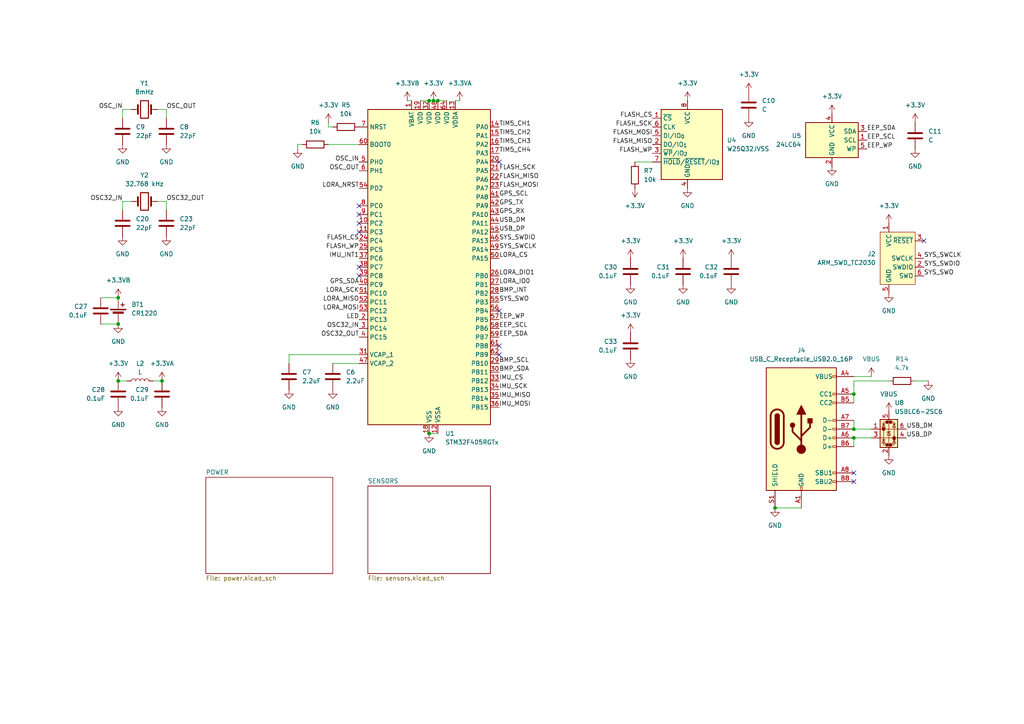
<source format=kicad_sch>
(kicad_sch (version 20250114) (generator "eeschema") (generator_version "9.0")
  (paper "A4")
  (lib_symbols
    (symbol "Connector:Conn_ARM_SWD_TagConnect_TC2030-NL" (in_bom no)
      (property "Reference" "J" (at 2.54 11.43 0))
      (property "Value" "Conn_ARM_SWD_TagConnect_TC2030-NL" (at 2.54 8.89 0))
      (symbol "Conn_ARM_SWD_TagConnect_TC2030-NL_0_0"
        (pin power_in line (at -2.54 10.16 270) (length 2.54) (name "VCC") (number "1"))
        (pin power_in line (at -2.54 -10.16 90) (length 2.54) (name "GND") (number "5"))
        (pin open_collector line (at 7.62 5.08 180) (length 2.54) (name "~{RESET}") (number "3"))
        (pin output line (at 7.62 0 180) (length 2.54) (name "SWCLK") (number "4"))
        (pin bidirectional line (at 7.62 -2.54 180) (length 2.54) (name "SWDIO") (number "2"))
        (pin input line (at 7.62 -5.08 180) (length 2.54) (name "SWO") (number "6"))
      )
      (symbol "Conn_ARM_SWD_TagConnect_TC2030-NL_0_1"
        (rectangle (start -5.08 7.62) (end 5.08 -7.62) (fill (type background)))
      )
    )
    (symbol "Connector:USB_C_Receptacle_USB2.0_16P" (pin_names (offset 1.016))
      (property "Reference" "J" (at 0 22.225 0))
      (property "Value" "USB_C_Receptacle_USB2.0_16P" (at 0 19.685 0))
      (symbol "USB_C_Receptacle_USB2.0_16P_0_0"
        (rectangle (start -0.254 -17.78) (end 0.254 -16.764))
        (rectangle (start 10.16 15.494) (end 9.144 14.986))
        (rectangle (start 10.16 10.414) (end 9.144 9.906))
        (rectangle (start 10.16 7.874) (end 9.144 7.366))
        (rectangle (start 10.16 2.794) (end 9.144 2.286))
        (rectangle (start 10.16 0.254) (end 9.144 -0.254))
        (rectangle (start 10.16 -2.286) (end 9.144 -2.794))
        (rectangle (start 10.16 -4.826) (end 9.144 -5.334))
        (rectangle (start 10.16 -12.446) (end 9.144 -12.954))
        (rectangle (start 10.16 -14.986) (end 9.144 -15.494))
      )
      (symbol "USB_C_Receptacle_USB2.0_16P_0_1"
        (rectangle (start -10.16 17.78) (end 10.16 -17.78) (stroke (width 0.254)) (fill (type background)))
        (polyline (pts (xy -8.89 -3.81) (xy -8.89 3.81)) (stroke (width 0.508)))
        (rectangle (start -7.62 -3.81) (end -6.35 3.81) (stroke (width 0.254)) (fill (type outline)))
        (arc (start -7.62 3.81) (mid -6.985 4.4423) (end -6.35 3.81) (stroke (width 0.254)))
        (arc (start -7.62 3.81) (mid -6.985 4.4423) (end -6.35 3.81) (stroke (width 0.254)) (fill (type outline)))
        (arc (start -8.89 3.81) (mid -6.985 5.7067) (end -5.08 3.81) (stroke (width 0.508)))
        (arc (start -5.08 -3.81) (mid -6.985 -5.7067) (end -8.89 -3.81) (stroke (width 0.508)))
        (arc (start -6.35 -3.81) (mid -6.985 -4.4423) (end -7.62 -3.81) (stroke (width 0.254)))
        (arc (start -6.35 -3.81) (mid -6.985 -4.4423) (end -7.62 -3.81) (stroke (width 0.254)) (fill (type outline)))
        (polyline (pts (xy -5.08 3.81) (xy -5.08 -3.81)) (stroke (width 0.508)))
        (circle (center -2.54 1.143) (radius 0.635) (stroke (width 0.254)) (fill (type outline)))
        (polyline (pts (xy -1.27 4.318) (xy 0 6.858) (xy 1.27 4.318) (xy -1.27 4.318)) (stroke (width 0.254)) (fill (type outline)))
        (polyline (pts (xy 0 -2.032) (xy 2.54 0.508) (xy 2.54 1.778)) (stroke (width 0.508)))
        (polyline (pts (xy 0 -3.302) (xy -2.54 -0.762) (xy -2.54 0.508)) (stroke (width 0.508)))
        (polyline (pts (xy 0 -5.842) (xy 0 4.318)) (stroke (width 0.508)))
        (circle (center 0 -5.842) (radius 1.27) (fill (type outline)))
        (rectangle (start 1.905 1.778) (end 3.175 3.048) (stroke (width 0.254)) (fill (type outline)))
      )
      (symbol "USB_C_Receptacle_USB2.0_16P_1_1"
        (pin passive line (at -7.62 -22.86 90) (length 5.08) (name "SHIELD") (number "S1"))
        (pin passive line (at 0 -22.86 90) (length 5.08) (name "GND") (number "A1"))
        (pin passive line (at 0 -22.86 90) (length 5.08) (hide yes) (name "GND") (number "A12"))
        (pin passive line (at 0 -22.86 90) (length 5.08) (hide yes) (name "GND") (number "B1"))
        (pin passive line (at 0 -22.86 90) (length 5.08) (hide yes) (name "GND") (number "B12"))
        (pin passive line (at 15.24 15.24 180) (length 5.08) (name "VBUS") (number "A4"))
        (pin passive line (at 15.24 15.24 180) (length 5.08) (hide yes) (name "VBUS") (number "A9"))
        (pin passive line (at 15.24 15.24 180) (length 5.08) (hide yes) (name "VBUS") (number "B4"))
        (pin passive line (at 15.24 15.24 180) (length 5.08) (hide yes) (name "VBUS") (number "B9"))
        (pin bidirectional line (at 15.24 10.16 180) (length 5.08) (name "CC1") (number "A5"))
        (pin bidirectional line (at 15.24 7.62 180) (length 5.08) (name "CC2") (number "B5"))
        (pin bidirectional line (at 15.24 2.54 180) (length 5.08) (name "D-") (number "A7"))
        (pin bidirectional line (at 15.24 0 180) (length 5.08) (name "D-") (number "B7"))
        (pin bidirectional line (at 15.24 -2.54 180) (length 5.08) (name "D+") (number "A6"))
        (pin bidirectional line (at 15.24 -5.08 180) (length 5.08) (name "D+") (number "B6"))
        (pin bidirectional line (at 15.24 -12.7 180) (length 5.08) (name "SBU1") (number "A8"))
        (pin bidirectional line (at 15.24 -15.24 180) (length 5.08) (name "SBU2") (number "B8"))
      )
    )
    (symbol "Device:Battery_Cell" (pin_numbers (hide yes)) (pin_names (offset 0) (hide yes))
      (property "Reference" "BT" (at 2.54 2.54 0))
      (property "Value" "Battery_Cell" (at 2.54 0 0))
      (symbol "Battery_Cell_0_1"
        (rectangle (start -2.286 1.778) (end 2.286 1.524) (fill (type outline)))
        (rectangle (start -1.524 1.016) (end 1.524 0.508) (fill (type outline)))
        (polyline (pts (xy 0 1.778) (xy 0 2.54)))
        (polyline (pts (xy 0 0.762) (xy 0 0)))
        (polyline (pts (xy 0.762 3.048) (xy 1.778 3.048)) (stroke (width 0.254)))
        (polyline (pts (xy 1.27 3.556) (xy 1.27 2.54)) (stroke (width 0.254)))
      )
      (symbol "Battery_Cell_1_1"
        (pin passive line (at 0 5.08 270) (length 2.54) (name "+") (number "1"))
        (pin passive line (at 0 -2.54 90) (length 2.54) (name "-") (number "2"))
      )
    )
    (symbol "Device:C" (pin_numbers (hide yes)) (pin_names (offset 0.254))
      (property "Reference" "C" (at 0.635 2.54 0))
      (property "Value" "C" (at 0.635 -2.54 0))
      (symbol "C_0_1"
        (polyline (pts (xy -2.032 0.762) (xy 2.032 0.762)) (stroke (width 0.508)))
        (polyline (pts (xy -2.032 -0.762) (xy 2.032 -0.762)) (stroke (width 0.508)))
      )
      (symbol "C_1_1"
        (pin passive line (at 0 3.81 270) (length 2.794) (name "~") (number "1"))
        (pin passive line (at 0 -3.81 90) (length 2.794) (name "~") (number "2"))
      )
    )
    (symbol "Device:Crystal" (pin_numbers (hide yes)) (pin_names (offset 1.016) (hide yes))
      (property "Reference" "Y" (at 0 3.81 0))
      (property "Value" "Crystal" (at 0 -3.81 0))
      (symbol "Crystal_0_1"
        (polyline (pts (xy -2.54 0) (xy -1.905 0)))
        (polyline (pts (xy -1.905 -1.27) (xy -1.905 1.27)) (stroke (width 0.508)))
        (rectangle (start -1.143 2.54) (end 1.143 -2.54) (stroke (width 0.3048)))
        (polyline (pts (xy 1.905 -1.27) (xy 1.905 1.27)) (stroke (width 0.508)))
        (polyline (pts (xy 2.54 0) (xy 1.905 0)))
      )
      (symbol "Crystal_1_1"
        (pin passive line (at -3.81 0 0) (length 1.27) (name "1") (number "1"))
        (pin passive line (at 3.81 0 180) (length 1.27) (name "2") (number "2"))
      )
    )
    (symbol "Device:L" (pin_numbers (hide yes)) (pin_names (offset 1.016) (hide yes))
      (property "Reference" "L" (at -1.27 0 90))
      (property "Value" "L" (at 1.905 0 90))
      (symbol "L_0_1"
        (arc (start 0 2.54) (mid 0.6323 1.905) (end 0 1.27))
        (arc (start 0 1.27) (mid 0.6323 0.635) (end 0 0))
        (arc (start 0 0) (mid 0.6323 -0.635) (end 0 -1.27))
        (arc (start 0 -1.27) (mid 0.6323 -1.905) (end 0 -2.54))
      )
      (symbol "L_1_1"
        (pin passive line (at 0 3.81 270) (length 1.27) (name "1") (number "1"))
        (pin passive line (at 0 -3.81 90) (length 1.27) (name "2") (number "2"))
      )
    )
    (symbol "Device:R" (pin_numbers (hide yes)) (pin_names (offset 0))
      (property "Reference" "R" (at 2.032 0 90))
      (property "Value" "R" (at 0 0 90))
      (symbol "R_0_1"
        (rectangle (start -1.016 -2.54) (end 1.016 2.54) (stroke (width 0.254)))
      )
      (symbol "R_1_1"
        (pin passive line (at 0 3.81 270) (length 1.27) (name "~") (number "1"))
        (pin passive line (at 0 -3.81 90) (length 1.27) (name "~") (number "2"))
      )
    )
    (symbol "MCU_ST_STM32F4:STM32F405RGTx"
      (property "Reference" "U" (at -17.78 46.99 0))
      (property "Value" "STM32F405RGTx" (at 10.16 46.99 0))
      (symbol "STM32F405RGTx_0_1"
        (rectangle (start -17.78 -45.72) (end 17.78 45.72) (stroke (width 0.254)) (fill (type background)))
      )
      (symbol "STM32F405RGTx_1_1"
        (pin input line (at -20.32 40.64 0) (length 2.54) (name "NRST") (number "7"))
        (pin input line (at -20.32 35.56 0) (length 2.54) (name "BOOT0") (number "60"))
        (pin bidirectional line (at -20.32 30.48 0) (length 2.54) (name "PH0") (number "5"))
        (pin bidirectional line (at -20.32 27.94 0) (length 2.54) (name "PH1") (number "6"))
        (pin bidirectional line (at -20.32 22.86 0) (length 2.54) (name "PD2") (number "54"))
        (pin bidirectional line (at -20.32 17.78 0) (length 2.54) (name "PC0") (number "8"))
        (pin bidirectional line (at -20.32 15.24 0) (length 2.54) (name "PC1") (number "9"))
        (pin bidirectional line (at -20.32 12.7 0) (length 2.54) (name "PC2") (number "10"))
        (pin bidirectional line (at -20.32 10.16 0) (length 2.54) (name "PC3") (number "11"))
        (pin bidirectional line (at -20.32 7.62 0) (length 2.54) (name "PC4") (number "24"))
        (pin bidirectional line (at -20.32 5.08 0) (length 2.54) (name "PC5") (number "25"))
        (pin bidirectional line (at -20.32 2.54 0) (length 2.54) (name "PC6") (number "37"))
        (pin bidirectional line (at -20.32 0 0) (length 2.54) (name "PC7") (number "38"))
        (pin bidirectional line (at -20.32 -2.54 0) (length 2.54) (name "PC8") (number "39"))
        (pin bidirectional line (at -20.32 -5.08 0) (length 2.54) (name "PC9") (number "40"))
        (pin bidirectional line (at -20.32 -7.62 0) (length 2.54) (name "PC10") (number "51"))
        (pin bidirectional line (at -20.32 -10.16 0) (length 2.54) (name "PC11") (number "52"))
        (pin bidirectional line (at -20.32 -12.7 0) (length 2.54) (name "PC12") (number "53"))
        (pin bidirectional line (at -20.32 -15.24 0) (length 2.54) (name "PC13") (number "2"))
        (pin bidirectional line (at -20.32 -17.78 0) (length 2.54) (name "PC14") (number "3"))
        (pin bidirectional line (at -20.32 -20.32 0) (length 2.54) (name "PC15") (number "4"))
        (pin power_out line (at -20.32 -25.4 0) (length 2.54) (name "VCAP_1") (number "31"))
        (pin power_out line (at -20.32 -27.94 0) (length 2.54) (name "VCAP_2") (number "47"))
        (pin power_in line (at -5.08 48.26 270) (length 2.54) (name "VBAT") (number "1"))
        (pin power_in line (at -2.54 48.26 270) (length 2.54) (name "VDD") (number "19"))
        (pin power_in line (at 0 48.26 270) (length 2.54) (name "VDD") (number "32"))
        (pin power_in line (at 0 -48.26 90) (length 2.54) (name "VSS") (number "18"))
        (pin passive line (at 0 -48.26 90) (length 2.54) (hide yes) (name "VSS") (number "63"))
        (pin power_in line (at 2.54 48.26 270) (length 2.54) (name "VDD") (number "48"))
        (pin power_in line (at 2.54 -48.26 90) (length 2.54) (name "VSSA") (number "12"))
        (pin power_in line (at 5.08 48.26 270) (length 2.54) (name "VDD") (number "64"))
        (pin power_in line (at 7.62 48.26 270) (length 2.54) (name "VDDA") (number "13"))
        (pin bidirectional line (at 20.32 40.64 180) (length 2.54) (name "PA0") (number "14"))
        (pin bidirectional line (at 20.32 38.1 180) (length 2.54) (name "PA1") (number "15"))
        (pin bidirectional line (at 20.32 35.56 180) (length 2.54) (name "PA2") (number "16"))
        (pin bidirectional line (at 20.32 33.02 180) (length 2.54) (name "PA3") (number "17"))
        (pin bidirectional line (at 20.32 30.48 180) (length 2.54) (name "PA4") (number "20"))
        (pin bidirectional line (at 20.32 27.94 180) (length 2.54) (name "PA5") (number "21"))
        (pin bidirectional line (at 20.32 25.4 180) (length 2.54) (name "PA6") (number "22"))
        (pin bidirectional line (at 20.32 22.86 180) (length 2.54) (name "PA7") (number "23"))
        (pin bidirectional line (at 20.32 20.32 180) (length 2.54) (name "PA8") (number "41"))
        (pin bidirectional line (at 20.32 17.78 180) (length 2.54) (name "PA9") (number "42"))
        (pin bidirectional line (at 20.32 15.24 180) (length 2.54) (name "PA10") (number "43"))
        (pin bidirectional line (at 20.32 12.7 180) (length 2.54) (name "PA11") (number "44"))
        (pin bidirectional line (at 20.32 10.16 180) (length 2.54) (name "PA12") (number "45"))
        (pin bidirectional line (at 20.32 7.62 180) (length 2.54) (name "PA13") (number "46"))
        (pin bidirectional line (at 20.32 5.08 180) (length 2.54) (name "PA14") (number "49"))
        (pin bidirectional line (at 20.32 2.54 180) (length 2.54) (name "PA15") (number "50"))
        (pin bidirectional line (at 20.32 -2.54 180) (length 2.54) (name "PB0") (number "26"))
        (pin bidirectional line (at 20.32 -5.08 180) (length 2.54) (name "PB1") (number "27"))
        (pin bidirectional line (at 20.32 -7.62 180) (length 2.54) (name "PB2") (number "28"))
        (pin bidirectional line (at 20.32 -10.16 180) (length 2.54) (name "PB3") (number "55"))
        (pin bidirectional line (at 20.32 -12.7 180) (length 2.54) (name "PB4") (number "56"))
        (pin bidirectional line (at 20.32 -15.24 180) (length 2.54) (name "PB5") (number "57"))
        (pin bidirectional line (at 20.32 -17.78 180) (length 2.54) (name "PB6") (number "58"))
        (pin bidirectional line (at 20.32 -20.32 180) (length 2.54) (name "PB7") (number "59"))
        (pin bidirectional line (at 20.32 -22.86 180) (length 2.54) (name "PB8") (number "61"))
        (pin bidirectional line (at 20.32 -25.4 180) (length 2.54) (name "PB9") (number "62"))
        (pin bidirectional line (at 20.32 -27.94 180) (length 2.54) (name "PB10") (number "29"))
        (pin bidirectional line (at 20.32 -30.48 180) (length 2.54) (name "PB11") (number "30"))
        (pin bidirectional line (at 20.32 -33.02 180) (length 2.54) (name "PB12") (number "33"))
        (pin bidirectional line (at 20.32 -35.56 180) (length 2.54) (name "PB13") (number "34"))
        (pin bidirectional line (at 20.32 -38.1 180) (length 2.54) (name "PB14") (number "35"))
        (pin bidirectional line (at 20.32 -40.64 180) (length 2.54) (name "PB15") (number "36"))
      )
    )
    (symbol "Memory_Flash:W25Q32JVSS"
      (property "Reference" "U" (at -6.35 11.43 0))
      (property "Value" "W25Q32JVSS" (at 7.62 11.43 0))
      (symbol "W25Q32JVSS_0_1"
        (rectangle (start -7.62 10.16) (end 10.16 -10.16) (stroke (width 0.254)) (fill (type background)))
      )
      (symbol "W25Q32JVSS_1_1"
        (pin input line (at -10.16 7.62 0) (length 2.54) (name "~{CS}") (number "1"))
        (pin input line (at -10.16 5.08 0) (length 2.54) (name "CLK") (number "6"))
        (pin bidirectional line (at -10.16 2.54 0) (length 2.54) (name "DI/IO_{0}") (number "5"))
        (pin bidirectional line (at -10.16 0 0) (length 2.54) (name "DO/IO_{1}") (number "2"))
        (pin bidirectional line (at -10.16 -2.54 0) (length 2.54) (name "~{WP}/IO_{2}") (number "3"))
        (pin bidirectional line (at -10.16 -5.08 0) (length 2.54) (name "~{HOLD}/~{RESET}/IO_{3}") (number "7"))
        (pin power_in line (at 0 12.7 270) (length 2.54) (name "VCC") (number "8"))
        (pin power_in line (at 0 -12.7 90) (length 2.54) (name "GND") (number "4"))
      )
    )
    (symbol "Power_Protection:USBLC6-2SC6" (pin_names (hide yes))
      (property "Reference" "U" (at 0.635 5.715 0))
      (property "Value" "USBLC6-2SC6" (at 0.635 3.81 0))
      (symbol "USBLC6-2SC6_0_0"
        (circle (center -1.524 0) (radius 0.0001) (stroke (width 0.508)))
        (circle (center -0.508 2.032) (radius 0.0001) (stroke (width 0.508)))
        (circle (center -0.508 -4.572) (radius 0.0001) (stroke (width 0.508)))
        (circle (center 0.508 2.032) (radius 0.0001) (stroke (width 0.508)))
        (circle (center 0.508 -4.572) (radius 0.0001) (stroke (width 0.508)))
        (circle (center 1.524 -2.54) (radius 0.0001) (stroke (width 0.508)))
      )
      (symbol "USBLC6-2SC6_0_1"
        (polyline (pts (xy -2.54 0) (xy 2.54 0)))
        (polyline (pts (xy -2.54 -2.54) (xy 2.54 -2.54)))
        (polyline (pts (xy -2.032 0.508) (xy -1.016 0.508) (xy -1.524 1.524) (xy -2.032 0.508)))
        (polyline (pts (xy -2.032 -3.048) (xy -1.016 -3.048)))
        (polyline (pts (xy -1.016 1.524) (xy -2.032 1.524)))
        (polyline (pts (xy -1.016 -4.064) (xy -2.032 -4.064) (xy -1.524 -3.048) (xy -1.016 -4.064)))
        (polyline (pts (xy -0.508 -1.143) (xy -0.508 -0.762) (xy 0.508 -0.762)))
        (polyline (pts (xy 0 2.54) (xy -0.508 2.032) (xy 0.508 2.032) (xy 0 1.524) (xy 0 -4.064) (xy -0.508 -4.572) (xy 0.508 -4.572) (xy 0 -5.08)))
        (polyline (pts (xy 0.508 -1.778) (xy -0.508 -1.778) (xy 0 -0.762) (xy 0.508 -1.778)))
        (polyline (pts (xy 1.016 1.524) (xy 2.032 1.524)))
        (polyline (pts (xy 1.016 -3.048) (xy 2.032 -3.048)))
        (polyline (pts (xy 2.032 0.508) (xy 1.016 0.508) (xy 1.524 1.524) (xy 2.032 0.508)))
        (polyline (pts (xy 2.032 -4.064) (xy 1.016 -4.064) (xy 1.524 -3.048) (xy 2.032 -4.064)))
      )
      (symbol "USBLC6-2SC6_1_1"
        (rectangle (start -2.54 2.794) (end 2.54 -5.334) (stroke (width 0.254)) (fill (type background)))
        (polyline (pts (xy -0.508 2.032) (xy -1.524 2.032) (xy -1.524 -4.572) (xy -0.508 -4.572)))
        (polyline (pts (xy 0.508 -4.572) (xy 1.524 -4.572) (xy 1.524 2.032) (xy 0.508 2.032)))
        (pin passive line (at -5.08 0 0) (length 2.54) (name "I/O1") (number "1"))
        (pin passive line (at -5.08 -2.54 0) (length 2.54) (name "I/O2") (number "3"))
        (pin passive line (at 0 5.08 270) (length 2.54) (name "VBUS") (number "5"))
        (pin passive line (at 0 -7.62 90) (length 2.54) (name "GND") (number "2"))
        (pin passive line (at 5.08 0 180) (length 2.54) (name "I/O1") (number "6"))
        (pin passive line (at 5.08 -2.54 180) (length 2.54) (name "I/O2") (number "4"))
      )
    )
    (symbol "library:24LC64"
      (property "Reference" "U" (at -6.35 6.35 0))
      (property "Value" "24LC64" (at 1.27 6.35 0))
      (symbol "24LC64_1_1"
        (rectangle (start -7.62 5.08) (end 7.62 -5.08) (stroke (width 0.254)) (fill (type background)))
        (pin power_in line (at 0 7.62 270) (length 2.54) (name "VCC") (number "4"))
        (pin power_in line (at 0 -7.62 90) (length 2.54) (name "GND") (number "2"))
        (pin bidirectional line (at 10.16 2.54 180) (length 2.54) (name "SDA") (number "3"))
        (pin input line (at 10.16 0 180) (length 2.54) (name "SCL") (number "1"))
        (pin input line (at 10.16 -2.54 180) (length 2.54) (name "WP") (number "5"))
      )
    )
    (symbol "power:+3.3V" (power) (pin_numbers (hide yes)) (pin_names (offset 0) (hide yes))
      (property "Value" "+3.3V" (at 0 3.556 0))
      (symbol "+3.3V_0_1"
        (polyline (pts (xy -0.762 1.27) (xy 0 2.54)))
        (polyline (pts (xy 0 2.54) (xy 0.762 1.27)))
        (polyline (pts (xy 0 0) (xy 0 2.54)))
      )
      (symbol "+3.3V_1_1"
        (pin power_in line (at 0 0 90) (length 0) (name "~") (number "1"))
      )
    )
    (symbol "power:+3.3VA" (power) (pin_numbers (hide yes)) (pin_names (offset 0) (hide yes))
      (property "Value" "+3.3VA" (at 0 3.556 0))
      (symbol "+3.3VA_0_1"
        (polyline (pts (xy -0.762 1.27) (xy 0 2.54)))
        (polyline (pts (xy 0 2.54) (xy 0.762 1.27)))
        (polyline (pts (xy 0 0) (xy 0 2.54)))
      )
      (symbol "+3.3VA_1_1"
        (pin power_in line (at 0 0 90) (length 0) (name "~") (number "1"))
      )
    )
    (symbol "power:GND" (power) (pin_numbers (hide yes)) (pin_names (offset 0) (hide yes))
      (property "Value" "GND" (at 0 -3.81 0))
      (symbol "GND_0_1"
        (polyline (pts (xy 0 0) (xy 0 -1.27) (xy 1.27 -1.27) (xy 0 -2.54) (xy -1.27 -1.27) (xy 0 -1.27)))
      )
      (symbol "GND_1_1"
        (pin power_in line (at 0 0 270) (length 0) (name "~") (number "1"))
      )
    )
    (symbol "power:VBUS" (power) (pin_numbers (hide yes)) (pin_names (offset 0) (hide yes))
      (property "Value" "VBUS" (at 0 3.556 0))
      (symbol "VBUS_0_1"
        (polyline (pts (xy -0.762 1.27) (xy 0 2.54)))
        (polyline (pts (xy 0 2.54) (xy 0.762 1.27)))
        (polyline (pts (xy 0 0) (xy 0 2.54)))
      )
      (symbol "VBUS_1_1"
        (pin power_in line (at 0 0 90) (length 0) (name "~") (number "1"))
      )
    )
  )
  (junction (at 247.65 127))
  (junction (at 224.79 147.32))
  (junction (at 127 29.21))
  (junction (at 34.29 110.49))
  (junction (at 125.73 29.21))
  (junction (at 247.65 124.46))
  (junction (at 34.29 93.98))
  (junction (at 247.65 114.3))
  (junction (at 34.29 86.36))
  (junction (at 124.46 125.73))
  (junction (at 124.46 29.21))
  (junction (at 46.99 110.49))
  (no_connect (at 247.65 139.7))
  (no_connect (at 144.78 100.33))
  (no_connect (at 104.14 67.31))
  (no_connect (at 104.14 64.77))
  (no_connect (at 267.97 69.85))
  (no_connect (at 247.65 137.16))
  (no_connect (at 144.78 102.87))
  (no_connect (at 104.14 80.01))
  (no_connect (at 104.14 77.47))
  (no_connect (at 144.78 46.99))
  (no_connect (at 144.78 90.17))
  (no_connect (at 104.14 59.69))
  (no_connect (at 104.14 62.23))
  (wire (pts (xy 269.24 110.49) (xy 265.43 110.49)))
  (wire (pts (xy 29.21 93.98) (xy 34.29 93.98)))
  (wire (pts (xy 247.65 121.92) (xy 247.65 124.46)))
  (wire (pts (xy 124.46 125.73) (xy 127 125.73)))
  (wire (pts (xy 247.65 109.22) (xy 252.73 109.22)))
  (wire (pts (xy 35.56 58.42) (xy 38.1 58.42)))
  (wire (pts (xy 125.73 29.21) (xy 127 29.21)))
  (wire (pts (xy 247.65 114.3) (xy 247.65 116.84)))
  (wire (pts (xy 34.29 110.49) (xy 36.83 110.49)))
  (wire (pts (xy 247.65 127) (xy 247.65 129.54)))
  (wire (pts (xy 118.11 29.21) (xy 119.38 29.21)))
  (wire (pts (xy 95.25 41.91) (xy 104.14 41.91)))
  (wire (pts (xy 133.35 29.21) (xy 132.08 29.21)))
  (wire (pts (xy 86.36 43.18) (xy 86.36 41.91)))
  (wire (pts (xy 95.25 36.83) (xy 96.52 36.83)))
  (wire (pts (xy 29.21 86.36) (xy 34.29 86.36)))
  (wire (pts (xy 224.79 147.32) (xy 232.41 147.32)))
  (wire (pts (xy 35.56 31.75) (xy 38.1 31.75)))
  (wire (pts (xy 48.26 31.75) (xy 48.26 34.29)))
  (wire (pts (xy 35.56 34.29) (xy 35.56 31.75)))
  (wire (pts (xy 257.81 110.49) (xy 247.65 110.49)))
  (wire (pts (xy 247.65 110.49) (xy 247.65 114.3)))
  (wire (pts (xy 96.52 105.41) (xy 104.14 105.41)))
  (wire (pts (xy 48.26 58.42) (xy 48.26 60.96)))
  (wire (pts (xy 247.65 124.46) (xy 252.73 124.46)))
  (wire (pts (xy 124.46 29.21) (xy 125.73 29.21)))
  (wire (pts (xy 121.92 29.21) (xy 124.46 29.21)))
  (wire (pts (xy 127 29.21) (xy 129.54 29.21)))
  (wire (pts (xy 83.82 102.87) (xy 83.82 105.41)))
  (wire (pts (xy 35.56 60.96) (xy 35.56 58.42)))
  (wire (pts (xy 45.72 58.42) (xy 48.26 58.42)))
  (wire (pts (xy 247.65 127) (xy 252.73 127)))
  (wire (pts (xy 45.72 31.75) (xy 48.26 31.75)))
  (wire (pts (xy 83.82 102.87) (xy 104.14 102.87)))
  (wire (pts (xy 44.45 110.49) (xy 46.99 110.49)))
  (wire (pts (xy 184.15 46.99) (xy 189.23 46.99)))
  (wire (pts (xy 95.25 35.56) (xy 95.25 36.83)))
  (wire (pts (xy 86.36 41.91) (xy 87.63 41.91)))
  (label "TIM5_CH1" (at 144.78 36.83 0))
  (label "LORA_DIO1" (at 144.78 80.01 0))
  (label "EEP_SCL" (at 144.78 95.25 0))
  (label "TIM5_CH2" (at 144.78 39.37 0))
  (label "SYS_SWCLK" (at 267.97 74.93 0))
  (label "IMU_SCK" (at 144.78 113.03 0))
  (label "LORA_NRST" (at 104.14 54.61 180))
  (label "GPS_SDA" (at 104.14 82.55 180))
  (label "LORA_MOSI" (at 104.14 90.17 180))
  (label "USB_DM" (at 144.78 64.77 0))
  (label "BMP_SDA" (at 144.78 107.95 0))
  (label "LED" (at 104.14 92.71 180))
  (label "EEP_WP" (at 144.78 92.71 0))
  (label "EEP_WP" (at 251.46 43.18 0))
  (label "GPS_TX" (at 144.78 59.69 0))
  (label "OSC_OUT" (at 48.26 31.75 0))
  (label "OSC_OUT" (at 104.14 49.53 180))
  (label "IMU_MOSI" (at 144.78 118.11 0))
  (label "IMU_CS" (at 144.78 110.49 0))
  (label "SYS_SWO" (at 267.97 80.01 0))
  (label "EEP_SDA" (at 251.46 38.1 0))
  (label "SYS_SWO" (at 144.78 87.63 0))
  (label "FLASH_CS" (at 189.23 34.29 180))
  (label "FLASH_MOSI" (at 189.23 39.37 180))
  (label "TIM5_CH3" (at 144.78 41.91 0))
  (label "EEP_SDA" (at 144.78 97.79 0))
  (label "FLASH_WP" (at 189.23 44.45 180))
  (label "USB_DM" (at 262.89 124.46 0))
  (label "FLASH_CS" (at 104.14 69.85 180))
  (label "LORA_CS" (at 144.78 74.93 0))
  (label "GPS_SCL" (at 144.78 57.15 0))
  (label "EEP_SCL" (at 251.46 40.64 0))
  (label "OSC_IN" (at 104.14 46.99 180))
  (label "USB_DP" (at 144.78 67.31 0))
  (label "SYS_SWDIO" (at 267.97 77.47 0))
  (label "FLASH_MOSI" (at 144.78 54.61 0))
  (label "FLASH_SCK" (at 189.23 36.83 180))
  (label "SYS_SWCLK" (at 144.78 72.39 0))
  (label "OSC32_OUT" (at 104.14 97.79 180))
  (label "FLASH_WP" (at 104.14 72.39 180))
  (label "SYS_SWDIO" (at 144.78 69.85 0))
  (label "OSC32_IN" (at 104.14 95.25 180))
  (label "BMP_INT" (at 144.78 85.09 0))
  (label "FLASH_MISO" (at 189.23 41.91 180))
  (label "GPS_RX" (at 144.78 62.23 0))
  (label "OSC32_OUT" (at 48.26 58.42 0))
  (label "BMP_SCL" (at 144.78 105.41 0))
  (label "TIM5_CH4" (at 144.78 44.45 0))
  (label "OSC32_IN" (at 35.56 58.42 180))
  (label "USB_DP" (at 262.89 127 0))
  (label "IMU_MISO" (at 144.78 115.57 0))
  (label "FLASH_SCK" (at 144.78 49.53 0))
  (label "LORA_IO0" (at 144.78 82.55 0))
  (label "IMU_INT1" (at 104.14 74.93 180))
  (label "LORA_MISO" (at 104.14 87.63 180))
  (label "FLASH_MISO" (at 144.78 52.07 0))
  (label "OSC_IN" (at 35.56 31.75 180))
  (label "LORA_SCK" (at 104.14 85.09 180))
  (symbol (lib_id "power:+3.3V") (at 182.88 74.93 0) (unit 1)
    (property "Reference" "#PWR088" (effects (hide yes)))
    (property "Value" "+3.3V" (at 182.88 69.85 0))
    (property "Description" "Power symbol creates a global label with name \"+3.3V\"" (effects (hide yes)))
  )
  (symbol (lib_id "Device:C") (at 35.56 64.77 0) (unit 1)
    (property "Reference" "C20" (at 39.37 63.4999 0) (effects (justify left)))
    (property "Value" "22pF" (at 39.37 66.0399 0) (effects (justify left)))
    (property "Description" "Unpolarized capacitor" (effects (hide yes)))
  )
  (symbol (lib_id "power:+3.3V") (at 34.29 86.36 0) (unit 1)
    (property "Reference" "#PWR081" (effects (hide yes)))
    (property "Value" "+3.3VB" (at 34.29 81.28 0))
    (property "Description" "Power symbol creates a global label with name \"+3.3V\"" (effects (hide yes)))
  )
  (symbol (lib_id "power:GND") (at 241.3 48.26 0) (unit 1)
    (property "Reference" "#PWR031" (effects (hide yes)))
    (property "Value" "GND" (at 241.3 53.34 0))
    (property "Description" "Power symbol creates a global label with name \"GND\" , ground" (effects (hide yes)))
  )
  (symbol (lib_id "power:+3.3V") (at 118.11 29.21 0) (unit 1)
    (property "Reference" "#PWR039" (effects (hide yes)))
    (property "Value" "+3.3VB" (at 118.11 24.13 0))
    (property "Description" "Power symbol creates a global label with name \"+3.3V\"" (effects (hide yes)))
  )
  (symbol (lib_id "power:GND") (at 35.56 41.91 0) (unit 1)
    (property "Reference" "#PWR021" (effects (hide yes)))
    (property "Value" "GND" (at 35.56 46.99 0))
    (property "Description" "Power symbol creates a global label with name \"GND\" , ground" (effects (hide yes)))
  )
  (symbol (lib_id "Device:L") (at 40.64 110.49 90) (unit 1)
    (property "Reference" "L2" (at 40.64 105.41 90))
    (property "Value" "L" (at 40.64 107.95 90))
    (property "Description" "Inductor" (effects (hide yes)))
  )
  (symbol (lib_id "Device:C") (at 46.99 114.3 0) (mirror y) (unit 1)
    (property "Reference" "C29" (at 43.18 113.0299 0) (effects (justify left)))
    (property "Value" "0.1uF" (at 43.18 115.5699 0) (effects (justify left)))
    (property "Description" "Unpolarized capacitor" (effects (hide yes)))
  )
  (symbol (lib_id "Device:C") (at 48.26 38.1 0) (unit 1)
    (property "Reference" "C8" (at 52.07 36.8299 0) (effects (justify left)))
    (property "Value" "22pF" (at 52.07 39.3699 0) (effects (justify left)))
    (property "Description" "Unpolarized capacitor" (effects (hide yes)))
  )
  (symbol (lib_id "Connector:USB_C_Receptacle_USB2.0_16P") (at 232.41 124.46 0) (unit 1)
    (property "Reference" "J4" (at 232.41 101.6 0))
    (property "Value" "USB_C_Receptacle_USB2.0_16P" (at 232.41 104.14 0))
    (property "Footprint" "Connector_USB:USB_C_Receptacle_GCT_USB4110" (effects (hide yes)))
    (property "Datasheet" "https://www.usb.org/sites/default/files/documents/usb_type-c.zip" (effects (hide yes)))
    (property "Description" "USB 2.0-only 16P Type-C Receptacle connector" (effects (hide yes)))
  )
  (symbol (lib_id "power:GND") (at 96.52 113.03 0) (unit 1)
    (property "Reference" "#PWR015" (effects (hide yes)))
    (property "Value" "GND" (at 96.52 118.11 0))
    (property "Description" "Power symbol creates a global label with name \"GND\" , ground" (effects (hide yes)))
  )
  (symbol (lib_id "Device:C") (at 96.52 109.22 0) (unit 1)
    (property "Reference" "C6" (at 100.33 107.9499 0) (effects (justify left)))
    (property "Value" "2.2uF" (at 100.33 110.4899 0) (effects (justify left)))
    (property "Description" "Unpolarized capacitor" (effects (hide yes)))
  )
  (symbol (lib_id "Device:C") (at 217.17 30.48 0) (unit 1)
    (property "Reference" "C10" (at 220.98 29.2099 0) (effects (justify left)))
    (property "Value" "C" (at 220.98 31.7499 0) (effects (justify left)))
    (property "Description" "Unpolarized capacitor" (effects (hide yes)))
  )
  (symbol (lib_id "Device:C") (at 198.12 78.74 0) (mirror y) (unit 1)
    (property "Reference" "C31" (at 194.31 77.4699 0) (effects (justify left)))
    (property "Value" "0.1uF" (at 194.31 80.0099 0) (effects (justify left)))
    (property "Description" "Unpolarized capacitor" (effects (hide yes)))
  )
  (symbol (lib_id "power:GND") (at 86.36 43.18 0) (unit 1)
    (property "Reference" "#PWR018" (effects (hide yes)))
    (property "Value" "GND" (at 86.36 48.26 0))
    (property "Description" "Power symbol creates a global label with name \"GND\" , ground" (effects (hide yes)))
  )
  (symbol (lib_id "power:+3.3V") (at 182.88 96.52 0) (unit 1)
    (property "Reference" "#PWR097" (effects (hide yes)))
    (property "Value" "+3.3V" (at 182.88 91.44 0))
    (property "Description" "Power symbol creates a global label with name \"+3.3V\"" (effects (hide yes)))
  )
  (symbol (lib_id "Connector:Conn_ARM_SWD_TagConnect_TC2030-NL") (at 260.35 74.93 0) (unit 1) (in_bom no)
    (property "Reference" "J2" (at 254 73.6599 0) (effects (justify right)))
    (property "Value" "ARM_SWD_TC2030" (at 254 76.1999 0) (effects (justify right)))
    (property "Footprint" "Connector:Tag-Connect_TC2030-IDC-NL_2x03_P1.27mm_Vertical" (effects (hide yes)))
    (property "Datasheet" "https://www.tag-connect.com/wp-content/uploads/bsk-pdf-manager/TC2030-CTX_1.pdf" (effects (hide yes)))
    (property "Description" "Tag-Connect ARM Cortex SWD JTAG connector, 6 pin, no legs" (effects (hide yes)))
  )
  (symbol (lib_id "Device:R") (at 184.15 50.8 0) (unit 1)
    (property "Reference" "R7" (at 186.69 49.5299 0) (effects (justify left)))
    (property "Value" "10k" (at 186.69 52.0699 0) (effects (justify left)))
    (property "Description" "Resistor" (effects (hide yes)))
  )
  (symbol (lib_id "power:+3.3V") (at 265.43 35.56 0) (unit 1)
    (property "Reference" "#PWR032" (effects (hide yes)))
    (property "Value" "+3.3V" (at 265.43 30.48 0))
    (property "Description" "Power symbol creates a global label with name \"+3.3V\"" (effects (hide yes)))
  )
  (symbol (lib_id "MCU_ST_STM32F4:STM32F405RGTx") (at 124.46 77.47 0) (unit 1)
    (property "Reference" "U1" (at 129.1433 125.73 0) (effects (justify left)))
    (property "Value" "STM32F405RGTx" (at 129.1433 128.27 0) (effects (justify left)))
    (property "Footprint" "Package_QFP:LQFP-64_10x10mm_P0.5mm" (effects (hide yes)))
    (property "Datasheet" "https://www.st.com/resource/en/datasheet/stm32f405rg.pdf" (effects (hide yes)))
    (property "Description" "STMicroelectronics Arm Cortex-M4 MCU, 1024KB flash, 192KB RAM, 168 MHz, 1.8-3.6V, 51 GPIO, LQFP64" (effects (hide yes)))
  )
  (symbol (lib_id "Device:C") (at 182.88 78.74 0) (mirror y) (unit 1)
    (property "Reference" "C30" (at 179.07 77.4699 0) (effects (justify left)))
    (property "Value" "0.1uF" (at 179.07 80.0099 0) (effects (justify left)))
    (property "Description" "Unpolarized capacitor" (effects (hide yes)))
  )
  (symbol (lib_id "Device:R") (at 100.33 36.83 90) (unit 1)
    (property "Reference" "R5" (at 100.33 30.48 90))
    (property "Value" "10k" (at 100.33 33.02 90))
    (property "Description" "Resistor" (effects (hide yes)))
  )
  (symbol (lib_id "power:GND") (at 257.81 85.09 0) (unit 1)
    (property "Reference" "#PWR035" (effects (hide yes)))
    (property "Value" "GND" (at 257.81 90.17 0))
    (property "Description" "Power symbol creates a global label with name \"GND\" , ground" (effects (hide yes)))
  )
  (symbol (lib_id "Device:C") (at 48.26 64.77 0) (unit 1)
    (property "Reference" "C23" (at 52.07 63.4999 0) (effects (justify left)))
    (property "Value" "22pF" (at 52.07 66.0399 0) (effects (justify left)))
    (property "Description" "Unpolarized capacitor" (effects (hide yes)))
  )
  (symbol (lib_id "power:GND") (at 265.43 43.18 0) (unit 1)
    (property "Reference" "#PWR033" (effects (hide yes)))
    (property "Value" "GND" (at 265.43 48.26 0))
    (property "Description" "Power symbol creates a global label with name \"GND\" , ground" (effects (hide yes)))
  )
  (symbol (lib_id "power:GND") (at 124.46 125.73 0) (unit 1)
    (property "Reference" "#PWR020" (effects (hide yes)))
    (property "Value" "GND" (at 124.46 130.81 0))
    (property "Description" "Power symbol creates a global label with name \"GND\" , ground" (effects (hide yes)))
  )
  (symbol (lib_id "power:+3.3V") (at 212.09 74.93 0) (unit 1)
    (property "Reference" "#PWR095" (effects (hide yes)))
    (property "Value" "+3.3V" (at 212.09 69.85 0))
    (property "Description" "Power symbol creates a global label with name \"+3.3V\"" (effects (hide yes)))
  )
  (symbol (lib_id "power:GND") (at 182.88 82.55 0) (unit 1)
    (property "Reference" "#PWR090" (effects (hide yes)))
    (property "Value" "GND" (at 182.88 87.63 0))
    (property "Description" "Power symbol creates a global label with name \"GND\" , ground" (effects (hide yes)))
  )
  (symbol (lib_id "library:24LC64") (at 241.3 40.64 0) (unit 1)
    (property "Reference" "U5" (at 232.41 39.3699 0) (effects (justify right)))
    (property "Value" "24LC64" (at 232.41 41.9099 0) (effects (justify right)))
    (property "Footprint" "Package_TO_SOT_SMD:SOT-23-5" (effects (hide yes)))
    (property "Datasheet" "http://ww1.microchip.com/downloads/en/DeviceDoc/21189f.pdf" (effects (hide yes)))
    (property "Description" "I2C Serial EEPROM, 64Kb, DIP-8/SOIC-8/TSSOP-8/DFN-8" (effects (hide yes)))
  )
  (symbol (lib_id "power:GND") (at 46.99 118.11 0) (unit 1)
    (property "Reference" "#PWR087" (effects (hide yes)))
    (property "Value" "GND" (at 46.99 123.19 0))
    (property "Description" "Power symbol creates a global label with name \"GND\" , ground" (effects (hide yes)))
  )
  (symbol (lib_id "power:GND") (at 257.81 132.08 0) (unit 1)
    (property "Reference" "#PWR068" (effects (hide yes)))
    (property "Value" "GND" (at 257.81 137.16 0))
    (property "Description" "Power symbol creates a global label with name \"GND\" , ground" (effects (hide yes)))
  )
  (symbol (lib_id "Device:R") (at 91.44 41.91 90) (unit 1)
    (property "Reference" "R6" (at 91.44 35.56 90))
    (property "Value" "10k" (at 91.44 38.1 90))
    (property "Description" "Resistor" (effects (hide yes)))
  )
  (symbol (lib_id "power:GND") (at 224.79 147.32 0) (unit 1)
    (property "Reference" "#PWR070" (effects (hide yes)))
    (property "Value" "GND" (at 224.79 152.4 0))
    (property "Description" "Power symbol creates a global label with name \"GND\" , ground" (effects (hide yes)))
  )
  (symbol (lib_id "Device:C") (at 265.43 39.37 0) (unit 1)
    (property "Reference" "C11" (at 269.24 38.0999 0) (effects (justify left)))
    (property "Value" "C" (at 269.24 40.6399 0) (effects (justify left)))
    (property "Description" "Unpolarized capacitor" (effects (hide yes)))
  )
  (symbol (lib_id "power:GND") (at 269.24 110.49 0) (unit 1)
    (property "Reference" "#PWR069" (effects (hide yes)))
    (property "Value" "GND" (at 269.24 115.57 0))
    (property "Description" "Power symbol creates a global label with name \"GND\" , ground" (effects (hide yes)))
  )
  (symbol (lib_id "power:+3.3V") (at 34.29 110.49 0) (unit 1)
    (property "Reference" "#PWR084" (effects (hide yes)))
    (property "Value" "+3.3V" (at 34.29 105.41 0))
    (property "Description" "Power symbol creates a global label with name \"+3.3V\"" (effects (hide yes)))
  )
  (symbol (lib_id "Device:C") (at 182.88 100.33 0) (mirror y) (unit 1)
    (property "Reference" "C33" (at 179.07 99.0599 0) (effects (justify left)))
    (property "Value" "0.1uF" (at 179.07 101.5999 0) (effects (justify left)))
    (property "Description" "Unpolarized capacitor" (effects (hide yes)))
  )
  (symbol (lib_id "power:+3.3V") (at 217.17 26.67 0) (unit 1)
    (property "Reference" "#PWR025" (effects (hide yes)))
    (property "Value" "+3.3V" (at 217.17 21.59 0))
    (property "Description" "Power symbol creates a global label with name \"+3.3V\"" (effects (hide yes)))
  )
  (symbol (lib_id "Memory_Flash:W25Q32JVSS") (at 199.39 41.91 0) (unit 1)
    (property "Reference" "U4" (at 210.82 40.6399 0) (effects (justify left)))
    (property "Value" "W25Q32JVSS" (at 210.82 43.1799 0) (effects (justify left)))
    (property "Footprint" "Package_SO:SOIC-8_5.3x5.3mm_P1.27mm" (effects (hide yes)))
    (property "Datasheet" "http://www.winbond.com/resource-files/w25q32jv%20revg%2003272018%20plus.pdf" (effects (hide yes)))
    (property "Description" "32Mbit / 4MiB Serial Flash Memory, Standard/Dual/Quad SPI, 2.7-3.6V, SOIC-8 (208 mil)" (effects (hide yes)))
  )
  (symbol (lib_id "power:GND") (at 48.26 68.58 0) (unit 1)
    (property "Reference" "#PWR061" (effects (hide yes)))
    (property "Value" "GND" (at 48.26 73.66 0))
    (property "Description" "Power symbol creates a global label with name \"GND\" , ground" (effects (hide yes)))
  )
  (symbol (lib_id "Device:C") (at 212.09 78.74 0) (mirror y) (unit 1)
    (property "Reference" "C32" (at 208.28 77.4699 0) (effects (justify left)))
    (property "Value" "0.1uF" (at 208.28 80.0099 0) (effects (justify left)))
    (property "Description" "Unpolarized capacitor" (effects (hide yes)))
  )
  (symbol (lib_id "Device:C") (at 34.29 114.3 0) (mirror y) (unit 1)
    (property "Reference" "C28" (at 30.48 113.0299 0) (effects (justify left)))
    (property "Value" "0.1uF" (at 30.48 115.5699 0) (effects (justify left)))
    (property "Description" "Unpolarized capacitor" (effects (hide yes)))
  )
  (symbol (lib_id "power:GND") (at 83.82 113.03 0) (unit 1)
    (property "Reference" "#PWR014" (effects (hide yes)))
    (property "Value" "GND" (at 83.82 118.11 0))
    (property "Description" "Power symbol creates a global label with name \"GND\" , ground" (effects (hide yes)))
  )
  (symbol (lib_id "Device:C") (at 83.82 109.22 0) (unit 1)
    (property "Reference" "C7" (at 87.63 107.9499 0) (effects (justify left)))
    (property "Value" "2.2uF" (at 87.63 110.4899 0) (effects (justify left)))
    (property "Description" "Unpolarized capacitor" (effects (hide yes)))
  )
  (symbol (lib_id "power:+3.3V") (at 241.3 33.02 0) (unit 1)
    (property "Reference" "#PWR030" (effects (hide yes)))
    (property "Value" "+3.3V" (at 241.3 27.94 0))
    (property "Description" "Power symbol creates a global label with name \"+3.3V\"" (effects (hide yes)))
  )
  (symbol (lib_id "Power_Protection:USBLC6-2SC6") (at 257.81 124.46 0) (unit 1)
    (property "Reference" "U8" (at 259.4611 116.84 0) (effects (justify left)))
    (property "Value" "USBLC6-2SC6" (at 259.4611 119.38 0) (effects (justify left)))
    (property "Footprint" "Package_TO_SOT_SMD:SOT-23-6" (effects (hide yes)))
    (property "Datasheet" "https://www.st.com/resource/en/datasheet/usblc6-2.pdf" (effects (hide yes)))
    (property "Description" "Very low capacitance ESD protection diode, 2 data-line, SOT-23-6" (effects (hide yes)))
  )
  (symbol (lib_id "power:+3.3V") (at 198.12 74.93 0) (unit 1)
    (property "Reference" "#PWR093" (effects (hide yes)))
    (property "Value" "+3.3V" (at 198.12 69.85 0))
    (property "Description" "Power symbol creates a global label with name \"+3.3V\"" (effects (hide yes)))
  )
  (symbol (lib_id "power:+3.3VA") (at 133.35 29.21 0) (unit 1)
    (property "Reference" "#PWR037" (effects (hide yes)))
    (property "Value" "+3.3VA" (at 133.35 24.13 0))
    (property "Description" "Power symbol creates a global label with name \"+3.3VA\"" (effects (hide yes)))
  )
  (symbol (lib_id "power:GND") (at 34.29 118.11 0) (unit 1)
    (property "Reference" "#PWR086" (effects (hide yes)))
    (property "Value" "GND" (at 34.29 123.19 0))
    (property "Description" "Power symbol creates a global label with name \"GND\" , ground" (effects (hide yes)))
  )
  (symbol (lib_id "Device:Crystal") (at 41.91 31.75 0) (unit 1)
    (property "Reference" "Y1" (at 41.91 24.13 0))
    (property "Value" "8mHz" (at 41.91 26.67 0))
    (property "Footprint" "Crystal:Crystal_SMD_5032-2Pin_5.0x3.2mm" (effects (hide yes)))
    (property "Description" "Two pin crystal" (effects (hide yes)))
  )
  (symbol (lib_id "power:GND") (at 199.39 54.61 0) (unit 1)
    (property "Reference" "#PWR023" (effects (hide yes)))
    (property "Value" "GND" (at 199.39 59.69 0))
    (property "Description" "Power symbol creates a global label with name \"GND\" , ground" (effects (hide yes)))
  )
  (symbol (lib_id "power:GND") (at 212.09 82.55 0) (unit 1)
    (property "Reference" "#PWR096" (effects (hide yes)))
    (property "Value" "GND" (at 212.09 87.63 0))
    (property "Description" "Power symbol creates a global label with name \"GND\" , ground" (effects (hide yes)))
  )
  (symbol (lib_id "power:+3.3V") (at 184.15 54.61 180) (unit 1)
    (property "Reference" "#PWR029" (effects (hide yes)))
    (property "Value" "+3.3V" (at 184.15 59.69 0))
    (property "Description" "Power symbol creates a global label with name \"+3.3V\"" (effects (hide yes)))
  )
  (symbol (lib_id "power:+3.3V") (at 95.25 35.56 0) (unit 1)
    (property "Reference" "#PWR019" (effects (hide yes)))
    (property "Value" "+3.3V" (at 95.25 30.48 0))
    (property "Description" "Power symbol creates a global label with name \"+3.3V\"" (effects (hide yes)))
  )
  (symbol (lib_id "power:+3.3V") (at 257.81 64.77 0) (unit 1)
    (property "Reference" "#PWR034" (effects (hide yes)))
    (property "Value" "+3.3V" (at 257.81 59.69 0))
    (property "Description" "Power symbol creates a global label with name \"+3.3V\"" (effects (hide yes)))
  )
  (symbol (lib_id "power:GND") (at 182.88 104.14 0) (unit 1)
    (property "Reference" "#PWR098" (effects (hide yes)))
    (property "Value" "GND" (at 182.88 109.22 0))
    (property "Description" "Power symbol creates a global label with name \"GND\" , ground" (effects (hide yes)))
  )
  (symbol (lib_id "Device:C") (at 35.56 38.1 0) (unit 1)
    (property "Reference" "C9" (at 39.37 36.8299 0) (effects (justify left)))
    (property "Value" "22pF" (at 39.37 39.3699 0) (effects (justify left)))
    (property "Description" "Unpolarized capacitor" (effects (hide yes)))
  )
  (symbol (lib_id "power:GND") (at 198.12 82.55 0) (unit 1)
    (property "Reference" "#PWR094" (effects (hide yes)))
    (property "Value" "GND" (at 198.12 87.63 0))
    (property "Description" "Power symbol creates a global label with name \"GND\" , ground" (effects (hide yes)))
  )
  (symbol (lib_id "power:VBUS") (at 257.81 119.38 0) (unit 1)
    (property "Reference" "#PWR066" (effects (hide yes)))
    (property "Value" "VBUS" (at 257.81 114.3 0))
    (property "Description" "Power symbol creates a global label with name \"VBUS\"" (effects (hide yes)))
  )
  (symbol (lib_id "power:VBUS") (at 252.73 109.22 0) (unit 1)
    (property "Reference" "#PWR062" (effects (hide yes)))
    (property "Value" "VBUS" (at 252.73 104.14 0))
    (property "Description" "Power symbol creates a global label with name \"VBUS\"" (effects (hide yes)))
  )
  (symbol (lib_id "Device:C") (at 29.21 90.17 0) (mirror y) (unit 1)
    (property "Reference" "C27" (at 25.4 88.8999 0) (effects (justify left)))
    (property "Value" "0.1uF" (at 25.4 91.4399 0) (effects (justify left)))
    (property "Description" "Unpolarized capacitor" (effects (hide yes)))
  )
  (symbol (lib_id "power:GND") (at 34.29 93.98 0) (unit 1)
    (property "Reference" "#PWR080" (effects (hide yes)))
    (property "Value" "GND" (at 34.29 99.06 0))
    (property "Description" "Power symbol creates a global label with name \"GND\" , ground" (effects (hide yes)))
  )
  (symbol (lib_id "Device:Crystal") (at 41.91 58.42 0) (unit 1)
    (property "Reference" "Y2" (at 41.91 50.8 0))
    (property "Value" "32.768 kHz" (at 41.91 53.34 0))
    (property "Footprint" "Crystal:Crystal_SMD_3215-2Pin_3.2x1.5mm" (effects (hide yes)))
    (property "Description" "Two pin crystal" (effects (hide yes)))
  )
  (symbol (lib_id "Device:Battery_Cell") (at 34.29 91.44 0) (unit 1)
    (property "Reference" "BT1" (at 38.1 88.3284 0) (effects (justify left)))
    (property "Value" "CR1220" (at 38.1 90.8684 0) (effects (justify left)))
    (property "Footprint" "Battery:BatteryHolder_Keystone_500" (effects (hide yes)))
    (property "Description" "Single-cell battery" (effects (hide yes)))
  )
  (symbol (lib_id "power:+3.3V") (at 199.39 29.21 0) (unit 1)
    (property "Reference" "#PWR024" (effects (hide yes)))
    (property "Value" "+3.3V" (at 199.39 24.13 0))
    (property "Description" "Power symbol creates a global label with name \"+3.3V\"" (effects (hide yes)))
  )
  (symbol (lib_id "power:GND") (at 217.17 34.29 0) (unit 1)
    (property "Reference" "#PWR026" (effects (hide yes)))
    (property "Value" "GND" (at 217.17 39.37 0))
    (property "Description" "Power symbol creates a global label with name \"GND\" , ground" (effects (hide yes)))
  )
  (symbol (lib_id "power:+3.3VA") (at 46.99 110.49 0) (unit 1)
    (property "Reference" "#PWR085" (effects (hide yes)))
    (property "Value" "+3.3VA" (at 46.99 105.41 0))
    (property "Description" "Power symbol creates a global label with name \"+3.3VA\"" (effects (hide yes)))
  )
  (symbol (lib_id "power:GND") (at 35.56 68.58 0) (unit 1)
    (property "Reference" "#PWR059" (effects (hide yes)))
    (property "Value" "GND" (at 35.56 73.66 0))
    (property "Description" "Power symbol creates a global label with name \"GND\" , ground" (effects (hide yes)))
  )
  (symbol (lib_id "Device:R") (at 261.62 110.49 90) (unit 1)
    (property "Reference" "R14" (at 261.62 104.14 90))
    (property "Value" "4.7k" (at 261.62 106.68 90))
    (property "Footprint" "Resistor_SMD:R_0603_1608Metric" (effects (hide yes)))
    (property "Description" "Resistor" (effects (hide yes)))
  )
  (symbol (lib_id "power:+3.3V") (at 125.73 29.21 0) (unit 1)
    (property "Reference" "#PWR038" (effects (hide yes)))
    (property "Value" "+3.3V" (at 125.73 24.13 0))
    (property "Description" "Power symbol creates a global label with name \"+3.3V\"" (effects (hide yes)))
  )
  (symbol (lib_id "power:GND") (at 48.26 41.91 0) (unit 1)
    (property "Reference" "#PWR022" (effects (hide yes)))
    (property "Value" "GND" (at 48.26 46.99 0))
    (property "Description" "Power symbol creates a global label with name \"GND\" , ground" (effects (hide yes)))
  )
  (sheet (at 59.69 138.43) (size 36.83 27.94) (stroke (width 0.1524))
    (property "Sheetname" "POWER" (at 59.69 137.7184 0) (effects (justify left bottom)))
    (property "Sheetfile" "power.kicad_sch" (at 59.69 166.9546 0) (effects (justify left top)))
  )
  (sheet (at 106.68 140.97) (size 35.56 25.4) (stroke (width 0.1524))
    (property "Sheetname" "SENSORS" (at 106.68 140.2584 0) (effects (justify left bottom)))
    (property "Sheetfile" "sensors.kicad_sch" (at 106.68 166.9546 0) (effects (justify left top)))
  )
)
</source>
